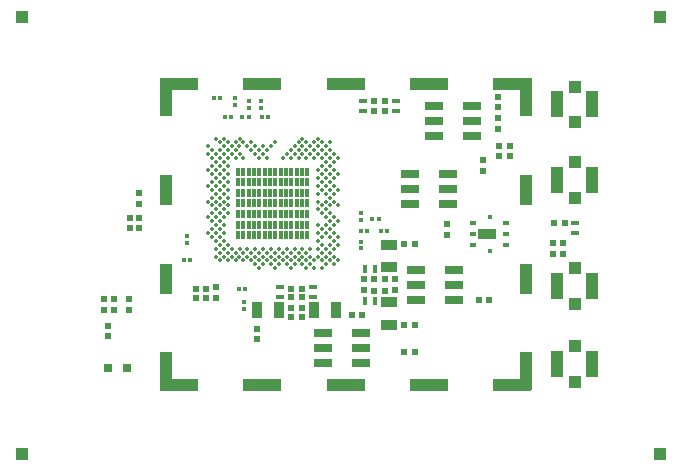
<source format=gtp>
G04 (created by PCBNEW (2013-07-07 BZR 4022)-stable) date 19/11/2015 00:50:25*
%MOIN*%
G04 Gerber Fmt 3.4, Leading zero omitted, Abs format*
%FSLAX34Y34*%
G01*
G70*
G90*
G04 APERTURE LIST*
%ADD10C,0.00590551*%
%ADD11R,0.0393701X0.0393701*%
%ADD12R,0.0413386X0.0866142*%
%ADD13R,0.0392X0.0392*%
%ADD14R,0.0195X0.0195*%
%ADD15R,0.0354X0.0551*%
%ADD16R,0.011811X0.0275591*%
%ADD17C,0.0137795*%
%ADD18R,0.0137795X0.011811*%
%ADD19R,0.011811X0.0137795*%
%ADD20R,0.0551X0.0354*%
%ADD21R,0.0259X0.014*%
%ADD22R,0.014X0.0259*%
%ADD23R,0.0606299X0.0362205*%
%ADD24R,0.011811X0.015748*%
%ADD25R,0.023622X0.015748*%
%ADD26R,0.0649X0.0299*%
%ADD27R,0.129921X0.0393701*%
%ADD28R,0.0393701X0.129921*%
%ADD29R,0.0393701X0.102362*%
%ADD30R,0.0314X0.0314*%
%ADD31R,0.0649606X0.0299213*%
G04 APERTURE END LIST*
G54D10*
G54D11*
X79448Y-50905D03*
X79448Y-52086D03*
G54D12*
X80029Y-51496D03*
X78868Y-51496D03*
G54D11*
X79448Y-48385D03*
X79448Y-49566D03*
G54D12*
X80029Y-48976D03*
X78868Y-48976D03*
G54D13*
X61023Y-60629D03*
X61023Y-46062D03*
X82283Y-60629D03*
X82283Y-46062D03*
G54D11*
X79448Y-58228D03*
X79448Y-57047D03*
G54D12*
X78868Y-57637D03*
X80029Y-57637D03*
G54D11*
X79448Y-54448D03*
X79448Y-55629D03*
G54D12*
X80029Y-55039D03*
X78868Y-55039D03*
G54D14*
X67165Y-55118D03*
X66811Y-55118D03*
G54D15*
X68837Y-55846D03*
X69587Y-55846D03*
X71497Y-55846D03*
X70747Y-55846D03*
G54D16*
X70346Y-51925D03*
X70523Y-51925D03*
X70169Y-51925D03*
X69992Y-51925D03*
X69283Y-51925D03*
X69460Y-51925D03*
X69814Y-51925D03*
X69637Y-51925D03*
X68220Y-51925D03*
X68397Y-51925D03*
X68574Y-51925D03*
X68751Y-51925D03*
X69106Y-51925D03*
X68929Y-51925D03*
X68929Y-51570D03*
X69106Y-51570D03*
X68751Y-51570D03*
X68574Y-51570D03*
X68397Y-51570D03*
X68220Y-51570D03*
X69637Y-51570D03*
X69814Y-51570D03*
X69460Y-51570D03*
X69283Y-51570D03*
X69992Y-51570D03*
X70169Y-51570D03*
X70523Y-51570D03*
X70346Y-51570D03*
X68929Y-51216D03*
X69106Y-51216D03*
X68751Y-51216D03*
X68574Y-51216D03*
X68397Y-51216D03*
X68220Y-51216D03*
X69637Y-51216D03*
X69814Y-51216D03*
X69460Y-51216D03*
X69283Y-51216D03*
X69992Y-51216D03*
X70169Y-51216D03*
X70523Y-51216D03*
X70346Y-51216D03*
X70346Y-52633D03*
X70523Y-52633D03*
X70169Y-52633D03*
X69992Y-52633D03*
X69283Y-52633D03*
X69460Y-52633D03*
X69814Y-52633D03*
X69637Y-52633D03*
X68220Y-52633D03*
X68397Y-52633D03*
X68574Y-52633D03*
X68751Y-52633D03*
X69106Y-52633D03*
X68929Y-52633D03*
X68929Y-52279D03*
X69106Y-52279D03*
X68751Y-52279D03*
X68574Y-52279D03*
X68397Y-52279D03*
X68220Y-52279D03*
X69637Y-52279D03*
X69814Y-52279D03*
X69460Y-52279D03*
X69283Y-52279D03*
X69992Y-52279D03*
X70169Y-52279D03*
X70523Y-52279D03*
X70346Y-52279D03*
X70346Y-52988D03*
X70523Y-52988D03*
X70169Y-52988D03*
X69992Y-52988D03*
X69283Y-52988D03*
X69460Y-52988D03*
X69814Y-52988D03*
X69637Y-52988D03*
X68220Y-52988D03*
X68397Y-52988D03*
X68574Y-52988D03*
X68751Y-52988D03*
X69106Y-52988D03*
X68929Y-52988D03*
X68929Y-53342D03*
X69106Y-53342D03*
X68751Y-53342D03*
X68574Y-53342D03*
X68397Y-53342D03*
X68220Y-53342D03*
X69637Y-53342D03*
X69814Y-53342D03*
X69460Y-53342D03*
X69283Y-53342D03*
X69992Y-53342D03*
X70169Y-53342D03*
G54D17*
X69187Y-50774D03*
X71285Y-50774D03*
X71547Y-50774D03*
X71022Y-50774D03*
X71416Y-50642D03*
X70760Y-50774D03*
X70498Y-50774D03*
X70236Y-50774D03*
X69974Y-50774D03*
X69711Y-50774D03*
X68925Y-50774D03*
X71285Y-50511D03*
X68400Y-50774D03*
X68138Y-50774D03*
X67876Y-50774D03*
X67614Y-50774D03*
X67351Y-50774D03*
X71153Y-50642D03*
X70891Y-50642D03*
X70629Y-50642D03*
X70367Y-50642D03*
X70105Y-50642D03*
X69842Y-50642D03*
X69056Y-50642D03*
X68794Y-50642D03*
X68269Y-50642D03*
X68007Y-50642D03*
X67745Y-50642D03*
X67483Y-50642D03*
X67220Y-50642D03*
X71022Y-50511D03*
X70760Y-50511D03*
X70498Y-50511D03*
X70236Y-50511D03*
X69974Y-50511D03*
X69187Y-50511D03*
X68925Y-50511D03*
X68662Y-50511D03*
X68138Y-50511D03*
X67876Y-50511D03*
X67614Y-50511D03*
X67351Y-50511D03*
X71152Y-50380D03*
X70890Y-50380D03*
X70628Y-50380D03*
X70366Y-50380D03*
X70103Y-50380D03*
X69317Y-50380D03*
X69055Y-50380D03*
X68792Y-50380D03*
X68530Y-50380D03*
X68268Y-50380D03*
X68006Y-50380D03*
X67744Y-50380D03*
X67219Y-50380D03*
X67483Y-50118D03*
X67745Y-50118D03*
X68269Y-50118D03*
X70367Y-50118D03*
X70891Y-50118D03*
X67614Y-50249D03*
X67876Y-50249D03*
X68138Y-50249D03*
X68400Y-50249D03*
X68662Y-50249D03*
X69449Y-50249D03*
X70236Y-50249D03*
X70498Y-50249D03*
X70760Y-50249D03*
X71022Y-50249D03*
X71285Y-50249D03*
X71285Y-51560D03*
X71022Y-51560D03*
X67876Y-51560D03*
X67614Y-51560D03*
X67351Y-51560D03*
X71416Y-51429D03*
X71153Y-51429D03*
X70891Y-51429D03*
X67745Y-51429D03*
X67483Y-51429D03*
X67219Y-51691D03*
X67481Y-51691D03*
X67744Y-51691D03*
X70890Y-51691D03*
X71152Y-51691D03*
X71414Y-51691D03*
X67351Y-51822D03*
X67614Y-51822D03*
X67876Y-51822D03*
X71022Y-51822D03*
X67483Y-51953D03*
X67745Y-51953D03*
X70891Y-51953D03*
X71153Y-51953D03*
X67351Y-52085D03*
X67614Y-52085D03*
X67876Y-52085D03*
X71285Y-51822D03*
X71416Y-51953D03*
X71285Y-52085D03*
X71547Y-51822D03*
X71285Y-51298D03*
X71547Y-51298D03*
X71022Y-51298D03*
X71416Y-51167D03*
X71285Y-51036D03*
X67876Y-51298D03*
X67614Y-51298D03*
X67351Y-51298D03*
X71153Y-51167D03*
X70891Y-51167D03*
X67745Y-51167D03*
X67483Y-51167D03*
X67220Y-51167D03*
X71022Y-51036D03*
X67876Y-51036D03*
X67614Y-51036D03*
X67351Y-51036D03*
X71414Y-50905D03*
X71152Y-50905D03*
X67744Y-50905D03*
X67481Y-50905D03*
X71547Y-52347D03*
X71285Y-52347D03*
X71022Y-52347D03*
X67876Y-52347D03*
X67614Y-52347D03*
X67351Y-52347D03*
X71416Y-52216D03*
X71153Y-52216D03*
X70891Y-52216D03*
X67745Y-52216D03*
X67483Y-52216D03*
X67220Y-52216D03*
X67481Y-52478D03*
X67744Y-52478D03*
X70890Y-52478D03*
X71152Y-52478D03*
X67351Y-52609D03*
X67614Y-52609D03*
X67876Y-52609D03*
X71022Y-52609D03*
X67220Y-52740D03*
X67483Y-52740D03*
X67745Y-52740D03*
X71153Y-52740D03*
X67351Y-52871D03*
X67614Y-52871D03*
X71285Y-52609D03*
X71416Y-52740D03*
X71547Y-52871D03*
X71285Y-52871D03*
X71547Y-53396D03*
X71285Y-53658D03*
X71547Y-53658D03*
X71022Y-53658D03*
X71416Y-53527D03*
X71285Y-53396D03*
X67876Y-53658D03*
X67614Y-53658D03*
X70891Y-53527D03*
X67745Y-53527D03*
X67483Y-53527D03*
X71022Y-53396D03*
X67614Y-53396D03*
X67351Y-53396D03*
X71414Y-53264D03*
X71152Y-53264D03*
X70890Y-53264D03*
X67744Y-53264D03*
X67481Y-53264D03*
X67219Y-53264D03*
X67483Y-53002D03*
X67745Y-53002D03*
X70891Y-53002D03*
X71153Y-53002D03*
X71416Y-53002D03*
X67351Y-53133D03*
X67614Y-53133D03*
X71022Y-53133D03*
X71285Y-53133D03*
X71285Y-53920D03*
X71022Y-53920D03*
X70498Y-53920D03*
X70236Y-53920D03*
X69974Y-53920D03*
X69711Y-53920D03*
X69449Y-53920D03*
X69187Y-53920D03*
X68925Y-53920D03*
X68662Y-53920D03*
X68400Y-53920D03*
X68138Y-53920D03*
X67876Y-53920D03*
X67614Y-53920D03*
X71416Y-53789D03*
X71153Y-53789D03*
X70891Y-53789D03*
X70629Y-53789D03*
X70367Y-53789D03*
X70105Y-53789D03*
X69842Y-53789D03*
X69580Y-53789D03*
X69318Y-53789D03*
X69056Y-53789D03*
X68794Y-53789D03*
X68531Y-53789D03*
X68269Y-53789D03*
X68007Y-53789D03*
X67745Y-53789D03*
X67483Y-53789D03*
X67481Y-54051D03*
X67744Y-54051D03*
X68006Y-54051D03*
X68268Y-54051D03*
X68530Y-54051D03*
X68792Y-54051D03*
X69055Y-54051D03*
X69317Y-54051D03*
X69579Y-54051D03*
X69841Y-54051D03*
X70103Y-54051D03*
X70366Y-54051D03*
X70628Y-54051D03*
X70890Y-54051D03*
X71152Y-54051D03*
X71414Y-54051D03*
X67614Y-54182D03*
X67876Y-54182D03*
X68138Y-54182D03*
X68400Y-54182D03*
X68662Y-54182D03*
X68925Y-54182D03*
X69187Y-54182D03*
X69449Y-54182D03*
X69711Y-54182D03*
X69974Y-54182D03*
X70236Y-54182D03*
X70498Y-54182D03*
X70760Y-54182D03*
X71022Y-54182D03*
X68794Y-54313D03*
X69056Y-54313D03*
X69318Y-54313D03*
X69580Y-54313D03*
X69842Y-54313D03*
X70105Y-54313D03*
X70367Y-54313D03*
X70629Y-54313D03*
X71153Y-54313D03*
X68925Y-54444D03*
X71285Y-54182D03*
X69449Y-54444D03*
X69974Y-54444D03*
X70498Y-54444D03*
X70760Y-54444D03*
X71416Y-54313D03*
X71022Y-54444D03*
X71547Y-54182D03*
G54D16*
X70523Y-53342D03*
X70346Y-53342D03*
G54D18*
X66515Y-53592D03*
X66515Y-53375D03*
G54D19*
X66407Y-54153D03*
X66624Y-54153D03*
X68356Y-49389D03*
X68572Y-49389D03*
X68454Y-55118D03*
X68238Y-55118D03*
X67411Y-48779D03*
X67627Y-48779D03*
G54D18*
X72303Y-53769D03*
X72303Y-53553D03*
X68129Y-48986D03*
X68129Y-48769D03*
G54D19*
X72903Y-52814D03*
X72687Y-52814D03*
G54D18*
X72322Y-52608D03*
X72322Y-52824D03*
G54D19*
X68001Y-49389D03*
X67785Y-49389D03*
G54D18*
X68996Y-49084D03*
X68996Y-48868D03*
G54D19*
X69005Y-49389D03*
X69222Y-49389D03*
X73198Y-53208D03*
X72982Y-53208D03*
G54D20*
X73248Y-53660D03*
X73248Y-54410D03*
X73248Y-56319D03*
X73248Y-55569D03*
G54D14*
X76870Y-49074D03*
X76870Y-48720D03*
X76870Y-49448D03*
X76870Y-49802D03*
X78760Y-52933D03*
X79114Y-52933D03*
X75196Y-52972D03*
X75196Y-53326D03*
X76377Y-50846D03*
X76377Y-51200D03*
X72765Y-54793D03*
X73119Y-54793D03*
X76240Y-55492D03*
X76594Y-55492D03*
G54D18*
X68582Y-49084D03*
X68582Y-48868D03*
G54D14*
X64921Y-53110D03*
X64921Y-52756D03*
G54D18*
X68405Y-55580D03*
X68405Y-55797D03*
G54D14*
X67500Y-55078D03*
X67500Y-55432D03*
X73760Y-53641D03*
X74114Y-53641D03*
X72431Y-55167D03*
X72431Y-54813D03*
X73454Y-55167D03*
X73454Y-54813D03*
X73760Y-56318D03*
X74114Y-56318D03*
X72765Y-55187D03*
X73119Y-55187D03*
X67165Y-55433D03*
X66811Y-55433D03*
X70354Y-55413D03*
X70354Y-55767D03*
X69980Y-55413D03*
X69980Y-55767D03*
X69990Y-56062D03*
X70344Y-56062D03*
X69990Y-55118D03*
X70344Y-55118D03*
X73760Y-57244D03*
X74114Y-57244D03*
X72008Y-55984D03*
X72362Y-55984D03*
X68838Y-56456D03*
X68838Y-56810D03*
G54D19*
X72312Y-53208D03*
X72529Y-53208D03*
G54D21*
X70708Y-55406D03*
X70708Y-55066D03*
G54D22*
X72778Y-55521D03*
X72438Y-55521D03*
X72778Y-54458D03*
X72438Y-54458D03*
G54D21*
X69625Y-55406D03*
X69625Y-55066D03*
G54D14*
X76929Y-50354D03*
X77283Y-50354D03*
G54D23*
X76515Y-53307D03*
G54D24*
X76614Y-53877D03*
X76614Y-52736D03*
G54D25*
X77165Y-52933D03*
X77165Y-53307D03*
X77165Y-53681D03*
X76062Y-53681D03*
X76062Y-53307D03*
X76062Y-52933D03*
G54D14*
X76929Y-50708D03*
X77283Y-50708D03*
G54D26*
X75211Y-51791D03*
X73960Y-52291D03*
X73960Y-51791D03*
X73960Y-51291D03*
X75211Y-51291D03*
X75211Y-52291D03*
G54D14*
X64921Y-51929D03*
X64921Y-52283D03*
X64606Y-53110D03*
X64606Y-52756D03*
X64586Y-55826D03*
X64586Y-55472D03*
X64074Y-55826D03*
X64074Y-55472D03*
X63740Y-55826D03*
X63740Y-55472D03*
G54D27*
X71811Y-58326D03*
X71811Y-48287D03*
X77362Y-58326D03*
G54D28*
X77814Y-57874D03*
G54D27*
X66259Y-58326D03*
G54D28*
X65807Y-57874D03*
X77814Y-48740D03*
G54D27*
X77362Y-48287D03*
X66259Y-48287D03*
G54D28*
X65807Y-48740D03*
G54D27*
X74586Y-48287D03*
X69035Y-48287D03*
X69035Y-58326D03*
G54D29*
X65807Y-51830D03*
X65807Y-54783D03*
X77814Y-51830D03*
X77814Y-54783D03*
G54D27*
X74586Y-58326D03*
G54D14*
X63877Y-56358D03*
X63877Y-56712D03*
G54D30*
X64507Y-57755D03*
X63877Y-57755D03*
G54D31*
X74167Y-55490D03*
X74167Y-54490D03*
X75419Y-55490D03*
X75419Y-54490D03*
X75419Y-54990D03*
X74167Y-54990D03*
X71066Y-57586D03*
X71066Y-56586D03*
X72318Y-57586D03*
X72318Y-56586D03*
X72318Y-57086D03*
X71066Y-57086D03*
X74767Y-50047D03*
X74767Y-49047D03*
X76019Y-50047D03*
X76019Y-49047D03*
X76019Y-49547D03*
X74767Y-49547D03*
G54D14*
X72756Y-49192D03*
X73110Y-49192D03*
X72756Y-48877D03*
X73110Y-48877D03*
G54D21*
X72381Y-49205D03*
X72381Y-48865D03*
X73484Y-49205D03*
X73484Y-48865D03*
G54D14*
X79055Y-53602D03*
X79055Y-53956D03*
X78720Y-53602D03*
X78720Y-53956D03*
G54D21*
X79448Y-53260D03*
X79448Y-52920D03*
M02*

</source>
